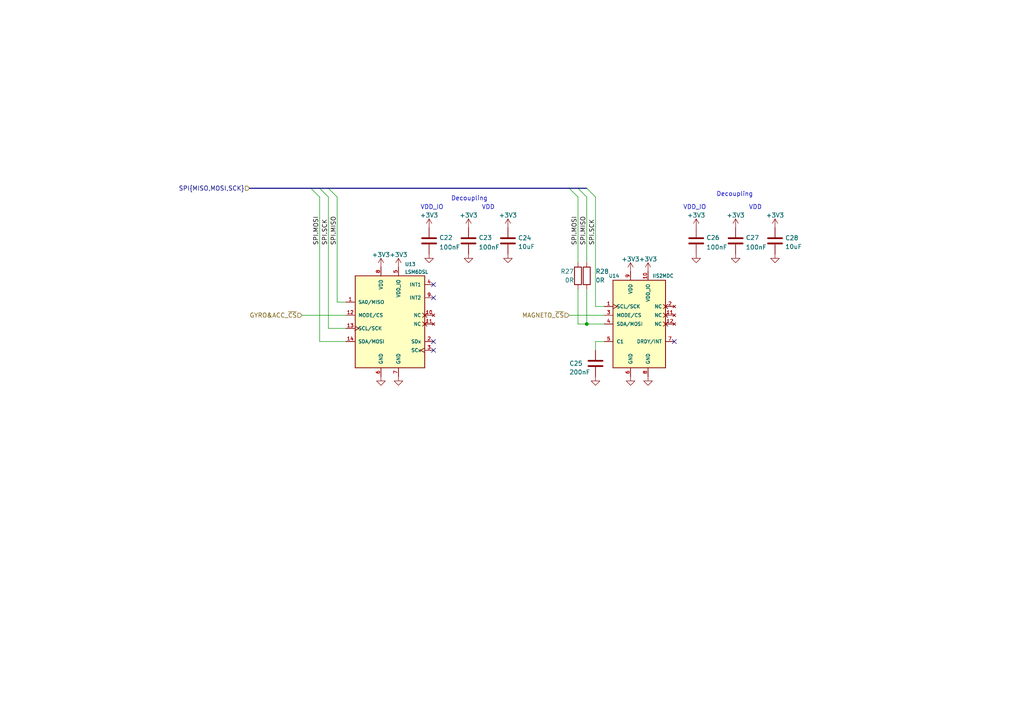
<source format=kicad_sch>
(kicad_sch (version 20211123) (generator eeschema)
  (paper "A4")
  (title_block (title "BUTCube - Flight controller") (date "2022-03-11") (rev "v1.0") (comment 1 "Author: Petr Malaník"))
  (lib_symbols
    (symbol "Device:C" (pin_numbers hide) (pin_names (offset 0.254))
      (property "Reference" "C" (at 0.635 2.54 0))
      (property "Value" "C" (at 0.635 -2.54 0))
      (symbol "C_0_1"
        (polyline (pts (xy -2.032 -0.762) (xy 2.032 -0.762)) (stroke (width 0.508)))
        (polyline (pts (xy -2.032 0.762) (xy 2.032 0.762)) (stroke (width 0.508)))
      )
      (symbol "C_1_1"
        (pin passive line (at 0 3.81 270) (length 2.794) (name "~") (number "1"))
        (pin passive line (at 0 -3.81 90) (length 2.794) (name "~") (number "2"))
      )
    )
    (symbol "Device:R" (pin_numbers hide) (pin_names (offset 0))
      (property "Reference" "R" (at 2.032 0 90))
      (property "Value" "R" (at 0 0 90))
      (symbol "R_0_1"
        (rectangle (start -1.016 -2.54) (end 1.016 2.54) (stroke (width 0.254)))
      )
      (symbol "R_1_1"
        (pin passive line (at 0 3.81 270) (length 1.27) (name "~") (number "1"))
        (pin passive line (at 0 -3.81 90) (length 1.27) (name "~") (number "2"))
      )
    )
    (symbol "TCY_sensors:IIS2MDC" (pin_names (offset 1))
      (property "Reference" "U" (at 7.62 15.24 0))
      (property "Value" "IIS2MDC" (at -7.62 15.24 0))
      (symbol "IIS2MDC_0_1"
        (rectangle (start -7.62 12.7) (end 7.62 -12.7) (stroke (width 0.254)) (fill (type background)))
      )
      (symbol "IIS2MDC_1_1"
        (pin input clock (at -10.16 5.08 0) (length 2.54) (name "SCL/SCK") (number "1"))
        (pin power_in line (at 2.54 15.24 270) (length 2.54) (name "VDD_IO") (number "10"))
        (pin no_connect non_logic (at 10.16 2.54 180) (length 2.54) (name "NC") (number "11"))
        (pin no_connect non_logic (at 10.16 0 180) (length 2.54) (name "NC") (number "12"))
        (pin no_connect non_logic (at 10.16 5.08 180) (length 2.54) (name "NC") (number "2"))
        (pin input line (at -10.16 2.54 0) (length 2.54) (name "MODE/CS") (number "3"))
        (pin bidirectional line (at -10.16 0 0) (length 2.54) (name "SDA/MOSI") (number "4"))
        (pin input line (at -10.16 -5.08 0) (length 2.54) (name "C1") (number "5"))
        (pin passive line (at -2.54 -15.24 90) (length 2.54) (name "GND") (number "6"))
        (pin output line (at 10.16 -5.08 180) (length 2.54) (name "DRDY/INT") (number "7"))
        (pin passive line (at 2.54 -15.24 90) (length 2.54) (name "GND") (number "8"))
        (pin power_in line (at -2.54 15.24 270) (length 2.54) (name "VDD") (number "9"))
      )
    )
    (symbol "TCY_sensors:LSM6DSL" (pin_names (offset 1))
      (property "Reference" "U" (at -10 17 0))
      (property "Value" "LSM6DSL" (at -10 15 0))
      (symbol "LSM6DSL_0_1"
        (rectangle (start -10 12.7) (end 10.16 -13.97) (stroke (width 0.254)) (fill (type background)))
      )
      (symbol "LSM6DSL_1_1"
        (pin bidirectional line (at -12.7 5.08 0) (length 2.54) (name "SA0/MISO") (number "1"))
        (pin no_connect non_logic (at 12.7 1.27 180) (length 2.54) (name "NC") (number "10"))
        (pin no_connect non_logic (at 12.7 -1.27 180) (length 2.54) (name "NC") (number "11"))
        (pin input line (at -12.7 1.27 0) (length 2.54) (name "MODE/CS") (number "12"))
        (pin input clock (at -12.7 -2.54 0) (length 2.54) (name "SCL/SCK") (number "13"))
        (pin bidirectional line (at -12.7 -6.35 0) (length 2.54) (name "SDA/MOSI") (number "14"))
        (pin bidirectional line (at 12.7 -6.35 180) (length 2.54) (name "SDx") (number "2"))
        (pin output clock (at 12.7 -8.89 180) (length 2.54) (name "SCx") (number "3"))
        (pin output line (at 12.7 10.16 180) (length 2.54) (name "INT1") (number "4"))
        (pin power_in line (at 2.54 15.24 270) (length 2.54) (name "VDD_IO") (number "5"))
        (pin passive line (at -2.54 -16.51 90) (length 2.54) (name "GND") (number "6"))
        (pin passive line (at 2.54 -16.51 90) (length 2.54) (name "GND") (number "7"))
        (pin power_in line (at -2.54 15.24 270) (length 2.54) (name "VDD") (number "8"))
        (pin output line (at 12.7 6.35 180) (length 2.54) (name "INT2") (number "9"))
      )
    )
    (symbol "power:+3.3V" (power) (pin_names (offset 0))
      (property "Value" "+3.3V" (at 0 3.556 0))
      (symbol "+3.3V_0_1"
        (polyline (pts (xy -0.762 1.27) (xy 0 2.54)))
        (polyline (pts (xy 0 0) (xy 0 2.54)))
        (polyline (pts (xy 0 2.54) (xy 0.762 1.27)))
      )
      (symbol "+3.3V_1_1"
        (pin power_in line (at 0 0 90) (length 0) hide (name "+3V3") (number "1"))
      )
    )
    (symbol "power:+3V3" (power) (pin_names (offset 0))
      (property "Value" "+3V3" (at 0 3.556 0))
      (symbol "+3V3_0_1"
        (polyline (pts (xy -0.762 1.27) (xy 0 2.54)))
        (polyline (pts (xy 0 0) (xy 0 2.54)))
        (polyline (pts (xy 0 2.54) (xy 0.762 1.27)))
      )
      (symbol "+3V3_1_1"
        (pin power_in line (at 0 0 90) (length 0) hide (name "+3V3") (number "1"))
      )
    )
    (symbol "power:GND" (power) (pin_names (offset 0))
      (property "Value" "GND" (at 0 -3.81 0))
      (symbol "GND_0_1"
        (polyline (pts (xy 0 0) (xy 0 -1.27) (xy 1.27 -1.27) (xy 0 -2.54) (xy -1.27 -1.27) (xy 0 -1.27)))
      )
      (symbol "GND_1_1"
        (pin power_in line (at 0 0 270) (length 0) hide (name "GND") (number "1"))
      )
    )
  )
  (junction (at 170.18 93.98))
  (no_connect (at 195.58 99.06))
  (no_connect (at 125.73 82.55))
  (no_connect (at 125.73 86.36))
  (no_connect (at 125.73 101.6))
  (no_connect (at 125.73 99.06))
  (bus_entry (at 165.1 54.61) (size 2.54 2.54))
  (bus_entry (at 167.64 54.61) (size 2.54 2.54))
  (bus_entry (at 92.71 54.61) (size 2.54 2.54))
  (bus_entry (at 95.25 54.61) (size 2.54 2.54))
  (bus_entry (at 90.17 54.61) (size 2.54 2.54))
  (bus_entry (at 170.18 54.61) (size 2.54 2.54))
  (wire (pts (xy 167.64 83.82) (xy 167.64 93.98)))
  (bus (pts (xy 72.39 54.61) (xy 90.17 54.61)))
  (wire (pts (xy 170.18 57.15) (xy 170.18 76.2)))
  (wire (pts (xy 92.71 57.15) (xy 92.71 99.06)))
  (wire (pts (xy 167.64 57.15) (xy 167.64 76.2)))
  (wire (pts (xy 167.64 93.98) (xy 170.18 93.98)))
  (wire (pts (xy 92.71 99.06) (xy 100.33 99.06)))
  (bus (pts (xy 92.71 54.61) (xy 95.25 54.61)))
  (wire (pts (xy 172.72 88.9) (xy 172.72 57.15)))
  (wire (pts (xy 87.63 91.44) (xy 100.33 91.44)))
  (wire (pts (xy 172.72 101.6) (xy 172.72 99.06)))
  (wire (pts (xy 165.1 91.44) (xy 175.26 91.44)))
  (bus (pts (xy 90.17 54.61) (xy 92.71 54.61)))
  (wire (pts (xy 95.25 95.25) (xy 100.33 95.25)))
  (wire (pts (xy 175.26 88.9) (xy 172.72 88.9)))
  (wire (pts (xy 95.25 57.15) (xy 95.25 95.25)))
  (wire (pts (xy 97.79 57.15) (xy 97.79 87.63)))
  (wire (pts (xy 97.79 87.63) (xy 100.33 87.63)))
  (wire (pts (xy 170.18 83.82) (xy 170.18 93.98)))
  (wire (pts (xy 172.72 99.06) (xy 175.26 99.06)))
  (bus (pts (xy 165.1 54.61) (xy 167.64 54.61)))
  (bus (pts (xy 167.64 54.61) (xy 170.18 54.61)))
  (bus (pts (xy 95.25 54.61) (xy 165.1 54.61)))
  (wire (pts (xy 170.18 93.98) (xy 175.26 93.98)))
  (text "VDD_IO" (at 198.12 60.96 0) (effects (font (size 1.27 1.27)) (justify left bottom)))
  (text "VDD" (at 139.7 60.96 0) (effects (font (size 1.27 1.27)) (justify left bottom)))
  (text "Decoupling" (at 218.44 57.15 180) (effects (font (size 1.27 1.27)) (justify right bottom)))
  (text "VDD_IO" (at 121.92 60.96 0) (effects (font (size 1.27 1.27)) (justify left bottom)))
  (text "Decoupling" (at 130.81 58.42 0) (effects (font (size 1.27 1.27)) (justify left bottom)))
  (text "VDD" (at 217.17 60.96 0) (effects (font (size 1.27 1.27)) (justify left bottom)))
  (label "SPI.MISO" (at 97.79 71.12 90))
  (label "SPI.SCK" (at 172.72 71.12 90))
  (label "SPI.MOSI" (at 167.64 71.12 90))
  (label "SPI.SCK" (at 95.25 71.12 90))
  (label "SPI.MOSI" (at 92.71 71.12 90))
  (label "SPI.MISO" (at 170.18 71.12 90))
  (hierarchical_label "GYRO&ACC_~{CS}" (shape input) (at 87.63 91.44 180))
  (hierarchical_label "MAGNETO_~{CS}" (shape input) (at 165.1 91.44 180))
  (hierarchical_label "SPI{MISO,MOSI,SCK}" (shape input) (at 72.39 54.61 180))
  (symbol (lib_id "Device:C") (at 172.72 105.41 0) (unit 1)
    (property "Reference" "C25" (at 165.1 105.41 0) (effects (justify left)))
    (property "Value" "200nF" (at 165.1 107.95 0) (effects (justify left)))
    (property "Footprint" "TCY_passives:C_0603_1608Metric" (effects hide))
  )
  (symbol (lib_id "power:+3.3V") (at 147.32 66.04 0) (unit 1)
    (property "Reference" "#PWR0106" (effects hide))
    (property "Value" "+3.3V" (at 147.32 62.4355 0))
  )
  (symbol (lib_id "Device:R") (at 167.64 80.01 0) (unit 1)
    (property "Reference" "R27" (at 162.56 78.74 0) (effects (justify left)))
    (property "Value" "0R" (at 163.83 81.28 0) (effects (justify left)))
    (property "Footprint" "TCY_passives:R_0603_1608Metric" (effects hide))
  )
  (symbol (lib_id "power:GND") (at 213.36 73.66 0) (unit 1)
    (property "Reference" "#PWR0116" (effects hide))
    (property "Value" "GND" (effects hide))
  )
  (symbol (lib_id "power:GND") (at 110.49 109.22 0) (unit 1)
    (property "Reference" "#PWR099" (effects hide))
    (property "Value" "GND" (effects hide))
  )
  (symbol (lib_id "power:+3V3") (at 110.49 77.47 0) (unit 1)
    (property "Reference" "#PWR098" (effects hide))
    (property "Value" "+3V3" (at 110.49 73.8942 0))
  )
  (symbol (lib_id "Device:C") (at 213.36 69.85 0) (unit 1)
    (property "Reference" "C27" (at 216.2811 68.9415 0) (effects (justify left)))
    (property "Value" "100nF" (at 216.2811 71.7166 0) (effects (justify left)))
    (property "Footprint" "TCY_passives:C_0603_1608Metric" (effects hide))
  )
  (symbol (lib_id "Device:C") (at 201.93 69.85 0) (unit 1)
    (property "Reference" "C26" (at 204.8511 68.9415 0) (effects (justify left)))
    (property "Value" "100nF" (at 204.8511 71.7166 0) (effects (justify left)))
    (property "Footprint" "TCY_passives:C_0603_1608Metric" (effects hide))
  )
  (symbol (lib_id "Device:C") (at 147.32 69.85 0) (unit 1)
    (property "Reference" "C24" (at 150.241 69.0153 0) (effects (justify left)))
    (property "Value" "10uF" (at 150.241 71.5522 0) (effects (justify left)))
    (property "Footprint" "Capacitor_SMD:C_0805_2012Metric" (effects hide))
  )
  (symbol (lib_id "Device:R") (at 170.18 80.01 0) (unit 1)
    (property "Reference" "R28" (at 172.72 78.74 0) (effects (justify left)))
    (property "Value" "0R" (at 172.72 81.28 0) (effects (justify left)))
    (property "Footprint" "TCY_passives:R_0603_1608Metric" (effects hide))
  )
  (symbol (lib_id "power:GND") (at 172.72 109.22 0) (unit 1)
    (property "Reference" "#PWR0108" (effects hide))
    (property "Value" "GND" (effects hide))
  )
  (symbol (lib_id "power:GND") (at 147.32 73.66 0) (unit 1)
    (property "Reference" "#PWR0107" (effects hide))
    (property "Value" "GND" (effects hide))
  )
  (symbol (lib_id "Device:C") (at 224.79 69.85 0) (unit 1)
    (property "Reference" "C28" (at 227.711 69.0153 0) (effects (justify left)))
    (property "Value" "10uF" (at 227.711 71.5522 0) (effects (justify left)))
    (property "Footprint" "Capacitor_SMD:C_0805_2012Metric" (effects hide))
  )
  (symbol (lib_id "power:+3.3V") (at 201.93 66.04 0) (unit 1)
    (property "Reference" "#PWR0113" (effects hide))
    (property "Value" "+3.3V" (at 201.93 62.4355 0))
  )
  (symbol (lib_id "power:+3.3V") (at 135.89 66.04 0) (unit 1)
    (property "Reference" "#PWR0104" (effects hide))
    (property "Value" "+3.3V" (at 135.89 62.4355 0))
  )
  (symbol (lib_id "power:GND") (at 135.89 73.66 0) (unit 1)
    (property "Reference" "#PWR0105" (effects hide))
    (property "Value" "GND" (effects hide))
  )
  (symbol (lib_id "power:GND") (at 224.79 73.66 0) (unit 1)
    (property "Reference" "#PWR0118" (effects hide))
    (property "Value" "GND" (effects hide))
  )
  (symbol (lib_id "Device:C") (at 135.89 69.85 0) (unit 1)
    (property "Reference" "C23" (at 138.8111 68.9415 0) (effects (justify left)))
    (property "Value" "100nF" (at 138.8111 71.7166 0) (effects (justify left)))
    (property "Footprint" "TCY_passives:C_0603_1608Metric" (effects hide))
  )
  (symbol (lib_id "power:+3.3V") (at 213.36 66.04 0) (unit 1)
    (property "Reference" "#PWR0115" (effects hide))
    (property "Value" "+3.3V" (at 213.36 62.4355 0))
  )
  (symbol (lib_id "power:GND") (at 201.93 73.66 0) (unit 1)
    (property "Reference" "#PWR0114" (effects hide))
    (property "Value" "GND" (effects hide))
  )
  (symbol (lib_id "power:GND") (at 115.57 109.22 0) (unit 1)
    (property "Reference" "#PWR0101" (effects hide))
    (property "Value" "GND" (effects hide))
  )
  (symbol (lib_id "power:GND") (at 182.88 109.22 0) (unit 1)
    (property "Reference" "#PWR0110" (effects hide))
    (property "Value" "GND" (effects hide))
  )
  (symbol (lib_id "power:+3.3V") (at 124.46 66.04 0) (unit 1)
    (property "Reference" "#PWR0102" (effects hide))
    (property "Value" "+3.3V" (at 124.46 62.4355 0))
  )
  (symbol (lib_id "power:GND") (at 124.46 73.66 0) (unit 1)
    (property "Reference" "#PWR0103" (effects hide))
    (property "Value" "GND" (effects hide))
  )
  (symbol (lib_id "TCY_sensors:LSM6DSL") (at 113.03 92.71 0) (unit 1)
    (property "Reference" "U13" (at 117.4409 76.6439 0) (effects (font (size 1 1)) (justify left)))
    (property "Value" "LSM6DSL" (at 117.4409 78.8829 0) (effects (font (size 1 1)) (justify left)))
    (property "Footprint" "Package_LGA:LGA-14_3x2.5mm_P0.5mm_LayoutBorder3x4y" (effects hide))
    (property "Datasheet" "https://www.st.com/resource/en/datasheet/lsm6dsl.pdf" (effects hide))
  )
  (symbol (lib_id "power:+3V3") (at 187.96 78.74 0) (unit 1)
    (property "Reference" "#PWR0111" (effects hide))
    (property "Value" "+3V3" (at 187.96 75.1642 0))
  )
  (symbol (lib_id "Device:C") (at 124.46 69.85 0) (unit 1)
    (property "Reference" "C22" (at 127.3811 68.9415 0) (effects (justify left)))
    (property "Value" "100nF" (at 127.3811 71.7166 0) (effects (justify left)))
    (property "Footprint" "TCY_passives:C_0603_1608Metric" (effects hide))
  )
  (symbol (lib_id "power:+3V3") (at 115.57 77.47 0) (unit 1)
    (property "Reference" "#PWR0100" (effects hide))
    (property "Value" "+3V3" (at 115.57 73.8942 0))
  )
  (symbol (lib_id "power:GND") (at 187.96 109.22 0) (unit 1)
    (property "Reference" "#PWR0112" (effects hide))
    (property "Value" "GND" (effects hide))
  )
  (symbol (lib_id "TCY_sensors:IIS2MDC") (at 185.42 93.98 0) (unit 1)
    (property "Reference" "U14" (at 176.53 80.01 0) (effects (font (size 1 1)) (justify left)))
    (property "Value" "IIS2MDC" (at 189.23 80.01 0) (effects (font (size 1 1)) (justify left)))
    (property "Footprint" "Package_LGA:LGA-12_2x2mm_P0.5mm" (effects hide))
    (property "Datasheet" "https://www.st.com/resource/en/datasheet/iis2mdc.pdf" (effects hide))
  )
  (symbol (lib_id "power:+3.3V") (at 224.79 66.04 0) (unit 1)
    (property "Reference" "#PWR0117" (effects hide))
    (property "Value" "+3.3V" (at 224.79 62.4355 0))
  )
  (symbol (lib_id "power:+3V3") (at 182.88 78.74 0) (unit 1)
    (property "Reference" "#PWR0109" (effects hide))
    (property "Value" "+3V3" (at 182.88 75.1642 0))
  )
)
</source>
